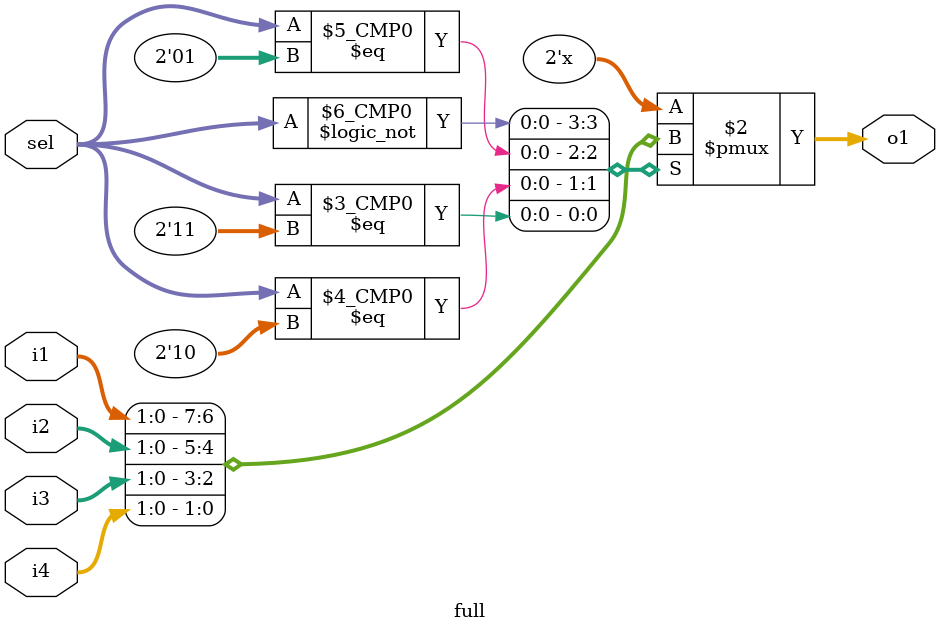
<source format=v>
module full

  (sel, i1, i2, i3, i4, o1);

input [1:0] sel;

input [1:0] i1, i2, i3, i4;

output [1:0] o1;

  reg [1:0] o1;

always @(sel or i1 or i2 or i3 or i4)

  begin

    case (sel)

      2'b00: o1 = i1;

      2'b01: o1 = i2;

      2'b10: o1 = i3;

      2'b11: o1 = i4;

    endcase

  end

endmodule 

</source>
